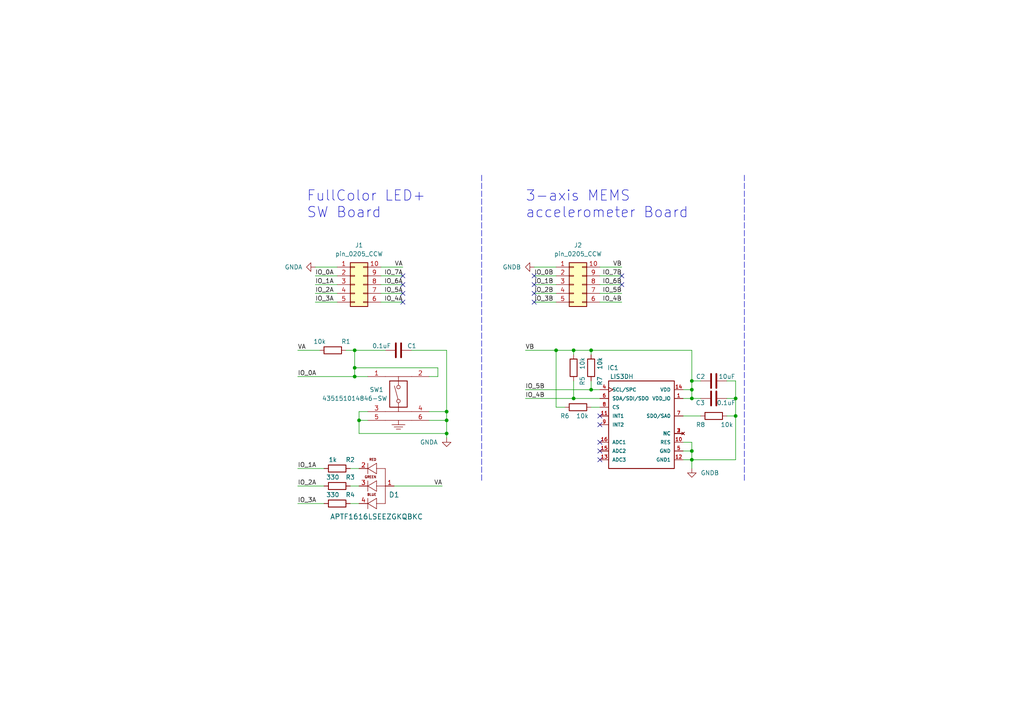
<source format=kicad_sch>
(kicad_sch (version 20211123) (generator eeschema)
  (paper "A4")
  (lib_symbols
    (symbol "203-business-card:435151014846-SW" (pin_names (offset 0) hide)
      (property "Reference" "SW" (at 5.08 7.62 0))
      (property "Value" "435151014846-SW" (at 0 13.97 0))
      (symbol "435151014846-SW_0_0"
        (polyline (pts (xy -0.127 6.096) (xy -1.1684 9.9822)))
        (circle (center 0 5.588) (radius 0.508))
        (circle (center 0 9.652) (radius 0.508))
      )
      (symbol "435151014846-SW_0_1"
        (rectangle (start -2.54 3.81) (end 2.54 11.43) (stroke (width 0.254)))
        (polyline (pts (xy -3.81 0) (xy 3.81 0)))
        (polyline (pts (xy -3.81 2.54) (xy 3.81 2.54)))
        (polyline (pts (xy -3.81 12.7) (xy 3.81 12.7)))
        (polyline (pts (xy -1.905 -1.27) (xy 1.905 -1.27)))
        (polyline (pts (xy -1.27 -1.905) (xy 1.27 -1.905)))
        (polyline (pts (xy -0.635 -2.54) (xy 0.635 -2.54)))
        (polyline (pts (xy 0 0) (xy 0 -1.27)))
        (polyline (pts (xy 0 5.08) (xy 0 2.54)))
        (polyline (pts (xy 0 10.16) (xy 0 12.7)))
      )
      (symbol "435151014846-SW_1_1"
        (pin passive line (at -8.89 12.7 0) (length 5.08) (name "~") (number "1"))
        (pin passive line (at 8.89 12.7 180) (length 5.08) (name "~") (number "2"))
        (pin passive line (at -8.89 2.54 0) (length 5.08) (name "~") (number "3"))
        (pin passive line (at 8.89 2.54 180) (length 5.08) (name "~") (number "4"))
        (pin passive line (at -8.89 0 0) (length 5.08) (name "~") (number "5"))
        (pin passive line (at 8.89 0 180) (length 5.08) (name "~") (number "6"))
      )
    )
    (symbol "204-pcb-wearable:APTF1616LSEEZGKQBKC" (pin_names (offset 1.016))
      (property "Reference" "D" (at -2.54 8.89 0))
      (property "Value" "APTF1616LSEEZGKQBKC" (at -2.54 -7.62 0))
      (symbol "APTF1616LSEEZGKQBKC_1_0"
        (polyline (pts (xy -2.54 -5.08) (xy -2.54 0)))
        (polyline (pts (xy -2.54 0) (xy -2.54 5.08)))
        (polyline (pts (xy -2.54 0) (xy 0 0)))
        (polyline (pts (xy -2.54 5.08) (xy 0 5.08)))
        (polyline (pts (xy 0 -6.604) (xy 0 -5.08)))
        (polyline (pts (xy 0 -5.08) (xy -2.54 -5.08)))
        (polyline (pts (xy 0 -5.08) (xy 0 -3.556)))
        (polyline (pts (xy 0 -3.556) (xy 2.54 -5.08)))
        (polyline (pts (xy 0 -1.524) (xy 0 0)))
        (polyline (pts (xy 0 0) (xy 0 1.524)))
        (polyline (pts (xy 0 1.524) (xy 2.54 0)))
        (polyline (pts (xy 0 3.556) (xy 0 5.08)))
        (polyline (pts (xy 0 5.08) (xy 0 6.604)))
        (polyline (pts (xy 0 6.604) (xy 2.54 5.08)))
        (polyline (pts (xy 2.54 -6.604) (xy 2.54 -3.556)))
        (polyline (pts (xy 2.54 -5.08) (xy 0 -6.604)))
        (polyline (pts (xy 2.54 -1.524) (xy 2.54 1.524)))
        (polyline (pts (xy 2.54 0) (xy 0 -1.524)))
        (polyline (pts (xy 2.54 3.556) (xy 2.54 6.604)))
        (polyline (pts (xy 2.54 5.08) (xy 0 3.556)))
        (text "BLUE" (at 0 -2.8702 0) (effects (font (size 0.6858 0.6858)) (justify left bottom)))
        (text "GREEN" (at 0 2.2352 0) (effects (font (size 0.6858 0.6858)) (justify left bottom)))
        (text "RED" (at 0 7.2898 0) (effects (font (size 0.6858 0.6858)) (justify left bottom)))
        (pin passive line (at -5.08 0 0) (length 2.54) (name "1") (number "1"))
        (pin passive line (at 5.08 5.08 180) (length 2.54) (name "2") (number "2"))
        (pin passive line (at 5.08 0 180) (length 2.54) (name "3") (number "3"))
        (pin passive line (at 5.08 -5.08 180) (length 2.54) (name "4") (number "4"))
      )
    )
    (symbol "204-pcb-wearable:GNDA" (power) (pin_names (offset 0))
      (property "Value" "GNDA" (at 0 -3.81 0))
      (symbol "GNDA_0_1"
        (polyline (pts (xy 0 0) (xy 0 -1.27) (xy 1.27 -1.27) (xy 0 -2.54) (xy -1.27 -1.27) (xy 0 -1.27)))
      )
      (symbol "GNDA_1_1"
        (pin power_in line (at 0 0 270) (length 0) hide (name "GNDA") (number "1"))
      )
    )
    (symbol "204-pcb-wearable:GNDB" (power) (pin_names (offset 0))
      (property "Value" "GNDB" (at 0 -3.81 0))
      (symbol "GNDB_0_1"
        (polyline (pts (xy 0 0) (xy 0 -1.27) (xy 1.27 -1.27) (xy 0 -2.54) (xy -1.27 -1.27) (xy 0 -1.27)))
      )
      (symbol "GNDB_1_1"
        (pin power_in line (at 0 0 270) (length 0) hide (name "GNDB") (number "1"))
      )
    )
    (symbol "204-pcb-wearable:LIS3DH" (pin_names (offset 1.016))
      (property "Reference" "IC" (at 0 2.54 0))
      (property "Value" "LIS3DH" (at 0 0.635 0))
      (symbol "LIS3DH_0_0"
        (rectangle (start 0 0) (end 19.05 -25.4) (stroke (width 0.254)))
        (pin power_in line (at 21.59 -5.08 180) (length 2.54) (name "VDD_IO") (number "1"))
        (pin power_in line (at 21.59 -17.78 180) (length 2.54) (name "RES") (number "10"))
        (pin input line (at -2.54 -10.16 0) (length 2.54) (name "INT1") (number "11"))
        (pin power_in line (at 21.59 -22.86 180) (length 2.54) (name "GND1") (number "12"))
        (pin input line (at -2.54 -22.86 0) (length 2.54) (name "ADC3") (number "13"))
        (pin power_in line (at 21.59 -2.54 180) (length 2.54) (name "VDD") (number "14"))
        (pin input line (at -2.54 -20.32 0) (length 2.54) (name "ADC2") (number "15"))
        (pin input line (at -2.54 -17.78 0) (length 2.54) (name "ADC1") (number "16"))
        (pin no_connect line (at 21.59 -15.24 180) (length 2.54) (name "NC") (number "2"))
        (pin no_connect line (at 21.59 -15.24 180) (length 2.54) (name "NC") (number "3"))
        (pin input clock (at -2.54 -2.54 0) (length 2.54) (name "SCL/SPC") (number "4"))
        (pin power_in line (at 21.59 -20.32 180) (length 2.54) (name "GND") (number "5"))
        (pin input line (at -2.54 -5.08 0) (length 2.54) (name "SDA/SDI/SDO") (number "6"))
        (pin output line (at 21.59 -10.16 180) (length 2.54) (name "SDO/SA0") (number "7"))
        (pin input line (at -2.54 -7.62 0) (length 2.54) (name "CS") (number "8"))
        (pin input line (at -2.54 -12.7 0) (length 2.54) (name "INT2") (number "9"))
      )
    )
    (symbol "Connector_Generic:Conn_02x05_Counter_Clockwise" (pin_names (offset 1.016) hide)
      (property "Reference" "J" (at 1.27 7.62 0))
      (property "Value" "Conn_02x05_Counter_Clockwise" (at 1.27 -7.62 0))
      (symbol "Conn_02x05_Counter_Clockwise_1_1"
        (rectangle (start -1.27 -4.953) (end 0 -5.207) (stroke (width 0.1524)))
        (rectangle (start -1.27 -2.413) (end 0 -2.667) (stroke (width 0.1524)))
        (rectangle (start -1.27 0.127) (end 0 -0.127) (stroke (width 0.1524)))
        (rectangle (start -1.27 2.667) (end 0 2.413) (stroke (width 0.1524)))
        (rectangle (start -1.27 5.207) (end 0 4.953) (stroke (width 0.1524)))
        (rectangle (start -1.27 6.35) (end 3.81 -6.35) (stroke (width 0.254)) (fill (type background)))
        (rectangle (start 3.81 -4.953) (end 2.54 -5.207) (stroke (width 0.1524)))
        (rectangle (start 3.81 -2.413) (end 2.54 -2.667) (stroke (width 0.1524)))
        (rectangle (start 3.81 0.127) (end 2.54 -0.127) (stroke (width 0.1524)))
        (rectangle (start 3.81 2.667) (end 2.54 2.413) (stroke (width 0.1524)))
        (rectangle (start 3.81 5.207) (end 2.54 4.953) (stroke (width 0.1524)))
        (pin passive line (at -5.08 5.08 0) (length 3.81) (name "Pin_1") (number "1"))
        (pin passive line (at 7.62 5.08 180) (length 3.81) (name "Pin_10") (number "10"))
        (pin passive line (at -5.08 2.54 0) (length 3.81) (name "Pin_2") (number "2"))
        (pin passive line (at -5.08 0 0) (length 3.81) (name "Pin_3") (number "3"))
        (pin passive line (at -5.08 -2.54 0) (length 3.81) (name "Pin_4") (number "4"))
        (pin passive line (at -5.08 -5.08 0) (length 3.81) (name "Pin_5") (number "5"))
        (pin passive line (at 7.62 -5.08 180) (length 3.81) (name "Pin_6") (number "6"))
        (pin passive line (at 7.62 -2.54 180) (length 3.81) (name "Pin_7") (number "7"))
        (pin passive line (at 7.62 0 180) (length 3.81) (name "Pin_8") (number "8"))
        (pin passive line (at 7.62 2.54 180) (length 3.81) (name "Pin_9") (number "9"))
      )
    )
    (symbol "Device:C" (pin_numbers hide) (pin_names (offset 0.254))
      (property "Reference" "C" (at 0.635 2.54 0))
      (property "Value" "C" (at 0.635 -2.54 0))
      (symbol "C_0_1"
        (polyline (pts (xy -2.032 -0.762) (xy 2.032 -0.762)) (stroke (width 0.508)))
        (polyline (pts (xy -2.032 0.762) (xy 2.032 0.762)) (stroke (width 0.508)))
      )
      (symbol "C_1_1"
        (pin passive line (at 0 3.81 270) (length 2.794) (name "~") (number "1"))
        (pin passive line (at 0 -3.81 90) (length 2.794) (name "~") (number "2"))
      )
    )
    (symbol "Device:R" (pin_numbers hide) (pin_names (offset 0))
      (property "Reference" "R" (at 2.032 0 90))
      (property "Value" "R" (at 0 0 90))
      (symbol "R_0_1"
        (rectangle (start -1.016 -2.54) (end 1.016 2.54) (stroke (width 0.254)))
      )
      (symbol "R_1_1"
        (pin passive line (at 0 3.81 270) (length 1.27) (name "~") (number "1"))
        (pin passive line (at 0 -3.81 90) (length 1.27) (name "~") (number "2"))
      )
    )
  )
  (junction (at 102.87 101.6))
  (junction (at 102.87 106.68))
  (junction (at 129.54 121.92))
  (junction (at 171.45 113.03))
  (junction (at 200.66 110.49))
  (junction (at 171.45 101.6))
  (junction (at 166.37 115.57))
  (junction (at 213.36 115.57))
  (junction (at 213.36 120.65))
  (junction (at 200.66 115.57))
  (junction (at 200.66 133.35))
  (junction (at 200.66 130.81))
  (junction (at 161.29 101.6))
  (junction (at 200.66 113.03))
  (junction (at 102.87 109.22))
  (junction (at 129.54 125.73))
  (junction (at 104.14 121.92))
  (junction (at 166.37 101.6))
  (junction (at 129.54 119.38))
  (no_connect (at 173.99 120.65))
  (no_connect (at 116.84 85.09))
  (no_connect (at 173.99 123.19))
  (no_connect (at 180.34 80.01))
  (no_connect (at 180.34 82.55))
  (no_connect (at 173.99 133.35))
  (no_connect (at 154.94 87.63))
  (no_connect (at 116.84 80.01))
  (no_connect (at 154.94 82.55))
  (no_connect (at 173.99 130.81))
  (no_connect (at 154.94 80.01))
  (no_connect (at 173.99 128.27))
  (no_connect (at 116.84 87.63))
  (no_connect (at 154.94 85.09))
  (no_connect (at 116.84 82.55))
  (wire (pts (xy 152.4 101.6) (xy 161.29 101.6)))
  (wire (pts (xy 173.99 77.47) (xy 180.34 77.47)))
  (wire (pts (xy 119.38 101.6) (xy 129.54 101.6)))
  (wire (pts (xy 154.94 80.01) (xy 161.29 80.01)))
  (wire (pts (xy 116.84 82.55) (xy 110.49 82.55)))
  (wire (pts (xy 171.45 101.6) (xy 200.66 101.6)))
  (wire (pts (xy 129.54 121.92) (xy 129.54 125.73)))
  (wire (pts (xy 171.45 113.03) (xy 173.99 113.03)))
  (wire (pts (xy 161.29 101.6) (xy 161.29 118.11)))
  (wire (pts (xy 104.14 119.38) (xy 104.14 121.92)))
  (wire (pts (xy 180.34 85.09) (xy 173.99 85.09)))
  (wire (pts (xy 124.46 109.22) (xy 127 109.22)))
  (wire (pts (xy 213.36 110.49) (xy 213.36 115.57)))
  (wire (pts (xy 200.66 113.03) (xy 200.66 110.49)))
  (wire (pts (xy 128.27 140.97) (xy 114.3 140.97)))
  (wire (pts (xy 152.4 115.57) (xy 166.37 115.57)))
  (wire (pts (xy 180.34 82.55) (xy 173.99 82.55)))
  (wire (pts (xy 86.36 109.22) (xy 102.87 109.22)))
  (wire (pts (xy 110.49 77.47) (xy 116.84 77.47)))
  (wire (pts (xy 127 109.22) (xy 127 106.68)))
  (wire (pts (xy 161.29 118.11) (xy 163.83 118.11)))
  (wire (pts (xy 200.66 128.27) (xy 200.66 130.81)))
  (wire (pts (xy 91.44 85.09) (xy 97.79 85.09)))
  (polyline (pts (xy 139.7 50.8) (xy 139.7 139.7)))
  (wire (pts (xy 154.94 87.63) (xy 161.29 87.63)))
  (wire (pts (xy 102.87 109.22) (xy 106.68 109.22)))
  (wire (pts (xy 102.87 101.6) (xy 100.33 101.6)))
  (wire (pts (xy 198.12 128.27) (xy 200.66 128.27)))
  (wire (pts (xy 104.14 121.92) (xy 106.68 121.92)))
  (wire (pts (xy 102.87 109.22) (xy 102.87 106.68)))
  (wire (pts (xy 97.79 77.47) (xy 91.44 77.47)))
  (wire (pts (xy 213.36 133.35) (xy 213.36 120.65)))
  (wire (pts (xy 166.37 110.49) (xy 166.37 115.57)))
  (wire (pts (xy 171.45 101.6) (xy 171.45 102.87)))
  (wire (pts (xy 104.14 121.92) (xy 104.14 125.73)))
  (wire (pts (xy 200.66 130.81) (xy 200.66 133.35)))
  (wire (pts (xy 93.98 146.05) (xy 86.36 146.05)))
  (wire (pts (xy 154.94 82.55) (xy 161.29 82.55)))
  (wire (pts (xy 180.34 87.63) (xy 173.99 87.63)))
  (wire (pts (xy 210.82 120.65) (xy 213.36 120.65)))
  (wire (pts (xy 116.84 87.63) (xy 110.49 87.63)))
  (wire (pts (xy 200.66 113.03) (xy 200.66 115.57)))
  (wire (pts (xy 198.12 133.35) (xy 200.66 133.35)))
  (wire (pts (xy 198.12 113.03) (xy 200.66 113.03)))
  (wire (pts (xy 104.14 125.73) (xy 129.54 125.73)))
  (polyline (pts (xy 215.9 50.8) (xy 215.9 139.7)))
  (wire (pts (xy 200.66 115.57) (xy 203.2 115.57)))
  (wire (pts (xy 166.37 115.57) (xy 173.99 115.57)))
  (wire (pts (xy 200.66 110.49) (xy 203.2 110.49)))
  (wire (pts (xy 124.46 119.38) (xy 129.54 119.38)))
  (wire (pts (xy 104.14 140.97) (xy 101.6 140.97)))
  (wire (pts (xy 127 106.68) (xy 102.87 106.68)))
  (wire (pts (xy 166.37 101.6) (xy 171.45 101.6)))
  (wire (pts (xy 152.4 113.03) (xy 171.45 113.03)))
  (wire (pts (xy 198.12 115.57) (xy 200.66 115.57)))
  (wire (pts (xy 129.54 125.73) (xy 129.54 127)))
  (wire (pts (xy 173.99 80.01) (xy 180.34 80.01)))
  (wire (pts (xy 104.14 135.89) (xy 101.6 135.89)))
  (wire (pts (xy 111.76 101.6) (xy 102.87 101.6)))
  (wire (pts (xy 161.29 77.47) (xy 154.94 77.47)))
  (wire (pts (xy 91.44 82.55) (xy 97.79 82.55)))
  (wire (pts (xy 210.82 115.57) (xy 213.36 115.57)))
  (wire (pts (xy 91.44 80.01) (xy 97.79 80.01)))
  (wire (pts (xy 154.94 85.09) (xy 161.29 85.09)))
  (wire (pts (xy 116.84 85.09) (xy 110.49 85.09)))
  (wire (pts (xy 213.36 115.57) (xy 213.36 120.65)))
  (wire (pts (xy 171.45 118.11) (xy 173.99 118.11)))
  (wire (pts (xy 93.98 140.97) (xy 86.36 140.97)))
  (wire (pts (xy 129.54 101.6) (xy 129.54 119.38)))
  (wire (pts (xy 102.87 101.6) (xy 102.87 106.68)))
  (wire (pts (xy 110.49 80.01) (xy 116.84 80.01)))
  (wire (pts (xy 166.37 101.6) (xy 161.29 101.6)))
  (wire (pts (xy 124.46 121.92) (xy 129.54 121.92)))
  (wire (pts (xy 91.44 87.63) (xy 97.79 87.63)))
  (wire (pts (xy 104.14 146.05) (xy 101.6 146.05)))
  (wire (pts (xy 200.66 101.6) (xy 200.66 110.49)))
  (wire (pts (xy 106.68 119.38) (xy 104.14 119.38)))
  (wire (pts (xy 210.82 110.49) (xy 213.36 110.49)))
  (wire (pts (xy 171.45 110.49) (xy 171.45 113.03)))
  (wire (pts (xy 86.36 101.6) (xy 92.71 101.6)))
  (wire (pts (xy 166.37 102.87) (xy 166.37 101.6)))
  (wire (pts (xy 129.54 119.38) (xy 129.54 121.92)))
  (wire (pts (xy 200.66 133.35) (xy 200.66 135.89)))
  (wire (pts (xy 200.66 133.35) (xy 213.36 133.35)))
  (wire (pts (xy 198.12 130.81) (xy 200.66 130.81)))
  (wire (pts (xy 198.12 120.65) (xy 203.2 120.65)))
  (wire (pts (xy 93.98 135.89) (xy 86.36 135.89)))
  (text "3-axis MEMS\naccelerometer Board" (at 152.4 63.5 0) (effects (font (size 3 3)) (justify left bottom)))
  (text "FullColor LED+\nSW Board" (at 88.9 63.5 0) (effects (font (size 3 3)) (justify left bottom)))
  (label "IO_1A" (at 91.44 82.55 0))
  (label "IO_2A" (at 86.36 140.97 0))
  (label "IO_4B" (at 152.4 115.57 0))
  (label "IO_5B" (at 180.34 85.09 180))
  (label "IO_2B" (at 154.94 85.09 0))
  (label "VB" (at 152.4 101.6 0))
  (label "IO_0A" (at 91.44 80.01 0))
  (label "IO_7B" (at 180.34 80.01 180))
  (label "IO_5B" (at 152.4 113.03 0))
  (label "IO_1A" (at 86.36 135.89 0))
  (label "IO_6B" (at 180.34 82.55 180))
  (label "IO_4B" (at 180.34 87.63 180))
  (label "IO_3A" (at 91.44 87.63 0))
  (label "IO_3A" (at 86.36 146.05 0))
  (label "IO_0B" (at 154.94 80.01 0))
  (label "IO_7A" (at 116.84 80.01 180))
  (label "IO_0A" (at 86.36 109.22 0))
  (label "VA" (at 86.36 101.6 0))
  (label "VA" (at 128.27 140.97 180))
  (label "IO_5A" (at 116.84 85.09 180))
  (label "IO_6A" (at 116.84 82.55 180))
  (label "VA" (at 116.84 77.47 180))
  (label "VB" (at 180.34 77.47 180))
  (label "IO_1B" (at 154.94 82.55 0))
  (label "IO_3B" (at 154.94 87.63 0))
  (label "IO_4A" (at 116.84 87.63 180))
  (label "IO_2A" (at 91.44 85.09 0))
  (symbol (lib_id "204-pcb-wearable:LIS3DH") (at 176.53 110.49 0) (unit 1)
    (property "Reference" "IC1" (at 177.8 106.68 0))
    (property "Value" "LIS3DH" (at 180.34 109.22 0))
    (property "Footprint" "203-business-card:LIS3DH" (effects hide))
  )
  (symbol (lib_id "Device:C") (at 207.01 115.57 90) (unit 1)
    (property "Reference" "C3" (at 204.47 116.84 90) (effects (justify left)))
    (property "Value" "0.1uF" (at 213.36 116.84 90) (effects (justify left)))
    (property "Footprint" "Capacitor_SMD:C_0402_1005Metric" (effects hide))
  )
  (symbol (lib_id "Device:R") (at 97.79 135.89 90) (mirror x) (unit 1)
    (property "Reference" "R2" (at 101.6 133.35 90))
    (property "Value" "1k" (at 96.52 133.35 90))
    (property "Footprint" "Resistor_SMD:R_0402_1005Metric" (effects hide))
  )
  (symbol (lib_id "Device:R") (at 166.37 106.68 0) (unit 1)
    (property "Reference" "R5" (at 168.91 110.49 90))
    (property "Value" "10k" (at 168.91 105.41 90))
    (property "Footprint" "Resistor_SMD:R_0402_1005Metric" (effects hide))
  )
  (symbol (lib_id "Device:C") (at 115.57 101.6 270) (unit 1)
    (property "Reference" "C1" (at 118.11 100.33 90) (effects (justify left)))
    (property "Value" "0.1uF" (at 107.95 100.33 90) (effects (justify left)))
    (property "Footprint" "Capacitor_SMD:C_0402_1005Metric" (effects hide))
  )
  (symbol (lib_id "Device:R") (at 97.79 140.97 90) (mirror x) (unit 1)
    (property "Reference" "R3" (at 101.6 138.43 90))
    (property "Value" "330" (at 96.52 138.43 90))
    (property "Footprint" "Resistor_SMD:R_0402_1005Metric" (effects hide))
  )
  (symbol (lib_id "Device:C") (at 207.01 110.49 90) (unit 1)
    (property "Reference" "C2" (at 203.2 109.22 90))
    (property "Value" "10uF" (at 210.82 109.22 90))
    (property "Footprint" "Capacitor_SMD:C_0603_1608Metric" (effects hide))
  )
  (symbol (lib_id "204-pcb-wearable:GNDB") (at 200.66 135.89 0) (unit 1)
    (property "Reference" "#PWR04" (effects hide))
    (property "Value" "GNDB" (at 203.2 137.1599 0) (effects (justify left)))
  )
  (symbol (lib_id "203-business-card:435151014846-SW") (at 115.57 121.92 0) (unit 1)
    (property "Reference" "SW1" (at 109.22 113.03 0))
    (property "Value" "435151014846-SW" (at 102.87 115.57 0))
    (property "Footprint" "203-business-card:435151014846" (effects hide))
  )
  (symbol (lib_id "Connector_Generic:Conn_02x05_Counter_Clockwise") (at 166.37 82.55 0) (unit 1)
    (property "Reference" "J2" (at 167.64 71.12 0))
    (property "Value" "pin_0205_CCW" (at 167.64 73.66 0))
    (property "Footprint" "203-business-card:hachi-8080-10pin-castle" (effects hide))
  )
  (symbol (lib_id "Connector_Generic:Conn_02x05_Counter_Clockwise") (at 102.87 82.55 0) (unit 1)
    (property "Reference" "J1" (at 104.14 71.12 0))
    (property "Value" "pin_0205_CCW" (at 104.14 73.66 0))
    (property "Footprint" "203-business-card:hachi-8080-10pin-castle" (effects hide))
  )
  (symbol (lib_id "204-pcb-wearable:GNDA") (at 129.54 127 0) (unit 1)
    (property "Reference" "#PWR02" (effects hide))
    (property "Value" "GNDA" (at 127 128.27 0) (effects (justify right)))
  )
  (symbol (lib_id "Device:R") (at 96.52 101.6 90) (unit 1)
    (property "Reference" "R1" (at 100.33 99.06 90))
    (property "Value" "10k" (at 92.71 99.06 90))
    (property "Footprint" "Resistor_SMD:R_0402_1005Metric" (effects hide))
  )
  (symbol (lib_id "204-pcb-wearable:GNDA") (at 91.44 77.47 270) (unit 1)
    (property "Reference" "#PWR01" (effects hide))
    (property "Value" "GNDA" (at 82.55 77.47 90) (effects (justify left)))
  )
  (symbol (lib_id "Device:R") (at 167.64 118.11 270) (unit 1)
    (property "Reference" "R6" (at 163.83 120.65 90))
    (property "Value" "10k" (at 168.91 120.65 90))
    (property "Footprint" "Resistor_SMD:R_0402_1005Metric" (effects hide))
  )
  (symbol (lib_id "204-pcb-wearable:GNDB") (at 154.94 77.47 270) (unit 1)
    (property "Reference" "#PWR03" (effects hide))
    (property "Value" "GNDB" (at 151.13 77.4699 90) (effects (justify right)))
  )
  (symbol (lib_id "Device:R") (at 207.01 120.65 270) (unit 1)
    (property "Reference" "R8" (at 203.2 123.19 90))
    (property "Value" "10k" (at 210.82 123.19 90))
    (property "Footprint" "Resistor_SMD:R_0402_1005Metric" (effects hide))
  )
  (symbol (lib_id "Device:R") (at 97.79 146.05 90) (mirror x) (unit 1)
    (property "Reference" "R4" (at 101.6 143.51 90))
    (property "Value" "330" (at 96.52 143.51 90))
    (property "Footprint" "Resistor_SMD:R_0402_1005Metric" (effects hide))
  )
  (symbol (lib_id "Device:R") (at 171.45 106.68 0) (unit 1)
    (property "Reference" "R7" (at 173.99 110.49 90))
    (property "Value" "10k" (at 173.99 105.41 90))
    (property "Footprint" "Resistor_SMD:R_0402_1005Metric" (effects hide))
  )
  (symbol (lib_id "204-pcb-wearable:APTF1616LSEEZGKQBKC") (at 109.22 140.97 0) (mirror y) (unit 1)
    (property "Reference" "D1" (at 114.3 143.51 0) (effects (font (size 1.4986 1.4986))))
    (property "Value" "APTF1616LSEEZGKQBKC" (at 109.22 149.86 0) (effects (font (size 1.4986 1.4986))))
    (property "Footprint" "203-business-card:LED_APTF1616LSEEZGKQBKC" (effects hide))
  )
)
</source>
